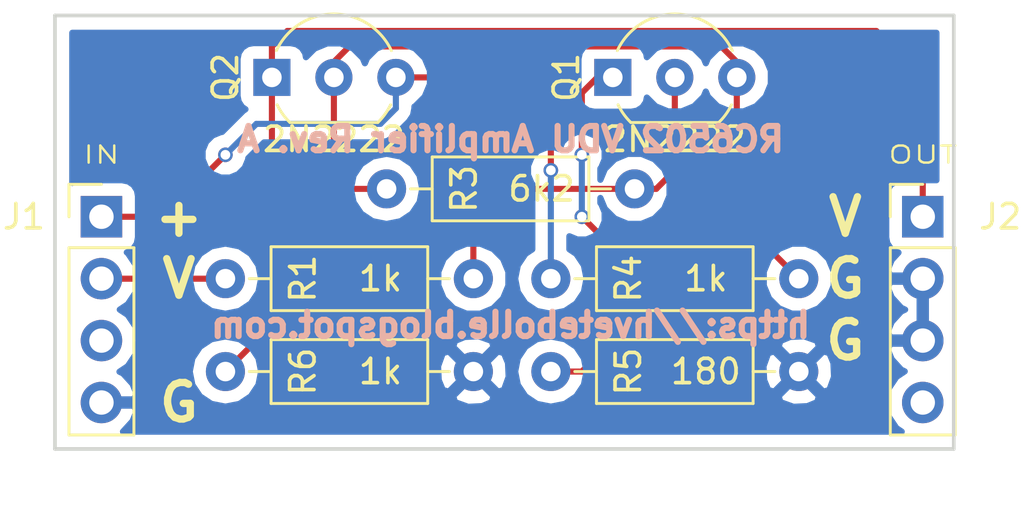
<source format=kicad_pcb>
(kicad_pcb (version 4) (host pcbnew 4.0.7)

  (general
    (links 15)
    (no_connects 0)
    (area 110.067857 126.365 152.187143 147.76)
    (thickness 1.6)
    (drawings 14)
    (tracks 47)
    (zones 0)
    (modules 9)
    (nets 8)
  )

  (page A4)
  (layers
    (0 F.Cu signal)
    (31 B.Cu signal)
    (32 B.Adhes user)
    (33 F.Adhes user)
    (34 B.Paste user)
    (35 F.Paste user)
    (36 B.SilkS user)
    (37 F.SilkS user)
    (38 B.Mask user)
    (39 F.Mask user)
    (40 Dwgs.User user)
    (41 Cmts.User user)
    (42 Eco1.User user)
    (43 Eco2.User user)
    (44 Edge.Cuts user)
    (45 Margin user)
    (46 B.CrtYd user)
    (47 F.CrtYd user)
    (48 B.Fab user)
    (49 F.Fab user)
  )

  (setup
    (last_trace_width 0.25)
    (trace_clearance 0.2)
    (zone_clearance 0.508)
    (zone_45_only no)
    (trace_min 0.2)
    (segment_width 0.2)
    (edge_width 0.15)
    (via_size 0.6)
    (via_drill 0.4)
    (via_min_size 0.4)
    (via_min_drill 0.3)
    (uvia_size 0.3)
    (uvia_drill 0.1)
    (uvias_allowed no)
    (uvia_min_size 0.2)
    (uvia_min_drill 0.1)
    (pcb_text_width 0.3)
    (pcb_text_size 1.5 1.5)
    (mod_edge_width 0.15)
    (mod_text_size 1 1)
    (mod_text_width 0.15)
    (pad_size 1.524 1.524)
    (pad_drill 0.762)
    (pad_to_mask_clearance 0.2)
    (aux_axis_origin 0 0)
    (visible_elements FFFFFF7F)
    (pcbplotparams
      (layerselection 0x011fc_80000001)
      (usegerberextensions true)
      (excludeedgelayer true)
      (linewidth 0.100000)
      (plotframeref false)
      (viasonmask false)
      (mode 1)
      (useauxorigin false)
      (hpglpennumber 1)
      (hpglpenspeed 20)
      (hpglpendiameter 15)
      (hpglpenoverlay 2)
      (psnegative false)
      (psa4output false)
      (plotreference true)
      (plotvalue true)
      (plotinvisibletext false)
      (padsonsilk false)
      (subtractmaskfromsilk false)
      (outputformat 1)
      (mirror false)
      (drillshape 0)
      (scaleselection 1)
      (outputdirectory export/))
  )

  (net 0 "")
  (net 1 VCC)
  (net 2 /VID_IN)
  (net 3 GND)
  (net 4 /VID_OUT)
  (net 5 "Net-(Q1-Pad2)")
  (net 6 "Net-(Q1-Pad3)")
  (net 7 "Net-(Q1-Pad1)")

  (net_class Default "This is the default net class."
    (clearance 0.2)
    (trace_width 0.25)
    (via_dia 0.6)
    (via_drill 0.4)
    (uvia_dia 0.3)
    (uvia_drill 0.1)
    (add_net /VID_IN)
    (add_net /VID_OUT)
    (add_net GND)
    (add_net "Net-(Q1-Pad1)")
    (add_net "Net-(Q1-Pad2)")
    (add_net "Net-(Q1-Pad3)")
    (add_net VCC)
  )

  (module Pin_Headers:Pin_Header_Straight_1x04_Pitch2.54mm (layer F.Cu) (tedit 5C3A711E) (tstamp 5C3A6817)
    (at 114.3 135.255)
    (descr "Through hole straight pin header, 1x04, 2.54mm pitch, single row")
    (tags "Through hole pin header THT 1x04 2.54mm single row")
    (path /5C338147)
    (fp_text reference J1 (at -3.175 0) (layer F.SilkS)
      (effects (font (size 1 1) (thickness 0.15)))
    )
    (fp_text value Video (at 0 11.43) (layer F.Fab)
      (effects (font (size 1 1) (thickness 0.15)))
    )
    (fp_line (start -0.635 -1.27) (end 1.27 -1.27) (layer F.Fab) (width 0.1))
    (fp_line (start 1.27 -1.27) (end 1.27 8.89) (layer F.Fab) (width 0.1))
    (fp_line (start 1.27 8.89) (end -1.27 8.89) (layer F.Fab) (width 0.1))
    (fp_line (start -1.27 8.89) (end -1.27 -0.635) (layer F.Fab) (width 0.1))
    (fp_line (start -1.27 -0.635) (end -0.635 -1.27) (layer F.Fab) (width 0.1))
    (fp_line (start -1.33 8.95) (end 1.33 8.95) (layer F.SilkS) (width 0.12))
    (fp_line (start -1.33 1.27) (end -1.33 8.95) (layer F.SilkS) (width 0.12))
    (fp_line (start 1.33 1.27) (end 1.33 8.95) (layer F.SilkS) (width 0.12))
    (fp_line (start -1.33 1.27) (end 1.33 1.27) (layer F.SilkS) (width 0.12))
    (fp_line (start -1.33 0) (end -1.33 -1.33) (layer F.SilkS) (width 0.12))
    (fp_line (start -1.33 -1.33) (end 0 -1.33) (layer F.SilkS) (width 0.12))
    (fp_line (start -1.8 -1.8) (end -1.8 9.4) (layer F.CrtYd) (width 0.05))
    (fp_line (start -1.8 9.4) (end 1.8 9.4) (layer F.CrtYd) (width 0.05))
    (fp_line (start 1.8 9.4) (end 1.8 -1.8) (layer F.CrtYd) (width 0.05))
    (fp_line (start 1.8 -1.8) (end -1.8 -1.8) (layer F.CrtYd) (width 0.05))
    (fp_text user %R (at 0 3.81 90) (layer F.Fab)
      (effects (font (size 1 1) (thickness 0.15)))
    )
    (pad 1 thru_hole rect (at 0 0) (size 1.7 1.7) (drill 1) (layers *.Cu *.Mask)
      (net 1 VCC))
    (pad 2 thru_hole oval (at 0 2.54) (size 1.7 1.7) (drill 1) (layers *.Cu *.Mask)
      (net 2 /VID_IN))
    (pad 3 thru_hole oval (at 0 5.08) (size 1.7 1.7) (drill 1) (layers *.Cu *.Mask))
    (pad 4 thru_hole oval (at 0 7.62) (size 1.7 1.7) (drill 1) (layers *.Cu *.Mask)
      (net 3 GND))
    (model ${KISYS3DMOD}/Pin_Headers.3dshapes/Pin_Header_Straight_1x04_Pitch2.54mm.wrl
      (at (xyz 0 0 0))
      (scale (xyz 1 1 1))
      (rotate (xyz 0 0 0))
    )
  )

  (module Pin_Headers:Pin_Header_Straight_1x04_Pitch2.54mm (layer F.Cu) (tedit 5C3A7122) (tstamp 5C3A681F)
    (at 147.955 135.255)
    (descr "Through hole straight pin header, 1x04, 2.54mm pitch, single row")
    (tags "Through hole pin header THT 1x04 2.54mm single row")
    (path /5C338146)
    (fp_text reference J2 (at 3.175 0) (layer F.SilkS)
      (effects (font (size 1 1) (thickness 0.15)))
    )
    (fp_text value Output (at 0 11.43) (layer F.Fab)
      (effects (font (size 1 1) (thickness 0.15)))
    )
    (fp_line (start -0.635 -1.27) (end 1.27 -1.27) (layer F.Fab) (width 0.1))
    (fp_line (start 1.27 -1.27) (end 1.27 8.89) (layer F.Fab) (width 0.1))
    (fp_line (start 1.27 8.89) (end -1.27 8.89) (layer F.Fab) (width 0.1))
    (fp_line (start -1.27 8.89) (end -1.27 -0.635) (layer F.Fab) (width 0.1))
    (fp_line (start -1.27 -0.635) (end -0.635 -1.27) (layer F.Fab) (width 0.1))
    (fp_line (start -1.33 8.95) (end 1.33 8.95) (layer F.SilkS) (width 0.12))
    (fp_line (start -1.33 1.27) (end -1.33 8.95) (layer F.SilkS) (width 0.12))
    (fp_line (start 1.33 1.27) (end 1.33 8.95) (layer F.SilkS) (width 0.12))
    (fp_line (start -1.33 1.27) (end 1.33 1.27) (layer F.SilkS) (width 0.12))
    (fp_line (start -1.33 0) (end -1.33 -1.33) (layer F.SilkS) (width 0.12))
    (fp_line (start -1.33 -1.33) (end 0 -1.33) (layer F.SilkS) (width 0.12))
    (fp_line (start -1.8 -1.8) (end -1.8 9.4) (layer F.CrtYd) (width 0.05))
    (fp_line (start -1.8 9.4) (end 1.8 9.4) (layer F.CrtYd) (width 0.05))
    (fp_line (start 1.8 9.4) (end 1.8 -1.8) (layer F.CrtYd) (width 0.05))
    (fp_line (start 1.8 -1.8) (end -1.8 -1.8) (layer F.CrtYd) (width 0.05))
    (fp_text user %R (at 0 3.81 90) (layer F.Fab)
      (effects (font (size 1 1) (thickness 0.15)))
    )
    (pad 1 thru_hole rect (at 0 0) (size 1.7 1.7) (drill 1) (layers *.Cu *.Mask)
      (net 4 /VID_OUT))
    (pad 2 thru_hole oval (at 0 2.54) (size 1.7 1.7) (drill 1) (layers *.Cu *.Mask)
      (net 3 GND))
    (pad 3 thru_hole oval (at 0 5.08) (size 1.7 1.7) (drill 1) (layers *.Cu *.Mask)
      (net 3 GND))
    (pad 4 thru_hole oval (at 0 7.62) (size 1.7 1.7) (drill 1) (layers *.Cu *.Mask))
    (model ${KISYS3DMOD}/Pin_Headers.3dshapes/Pin_Header_Straight_1x04_Pitch2.54mm.wrl
      (at (xyz 0 0 0))
      (scale (xyz 1 1 1))
      (rotate (xyz 0 0 0))
    )
  )

  (module TO_SOT_Packages_THT:TO-92_Inline_Wide (layer F.Cu) (tedit 5C3A71A1) (tstamp 5C3A6833)
    (at 135.255 129.54)
    (descr "TO-92 leads in-line, wide, drill 0.8mm (see NXP sot054_po.pdf)")
    (tags "to-92 sc-43 sc-43a sot54 PA33 transistor")
    (path /5C338695)
    (fp_text reference Q1 (at -1.905 0 90) (layer F.SilkS)
      (effects (font (size 1 1) (thickness 0.15)))
    )
    (fp_text value 2N2222 (at 2.54 2.54) (layer F.SilkS)
      (effects (font (size 1 1) (thickness 0.15)))
    )
    (fp_text user %R (at 8.255 -1.27 180) (layer F.Fab)
      (effects (font (size 1 1) (thickness 0.15)))
    )
    (fp_line (start 0.74 1.85) (end 4.34 1.85) (layer F.SilkS) (width 0.12))
    (fp_line (start 0.8 1.75) (end 4.3 1.75) (layer F.Fab) (width 0.1))
    (fp_line (start -1.01 -2.73) (end 6.09 -2.73) (layer F.CrtYd) (width 0.05))
    (fp_line (start -1.01 -2.73) (end -1.01 2.01) (layer F.CrtYd) (width 0.05))
    (fp_line (start 6.09 2.01) (end 6.09 -2.73) (layer F.CrtYd) (width 0.05))
    (fp_line (start 6.09 2.01) (end -1.01 2.01) (layer F.CrtYd) (width 0.05))
    (fp_arc (start 2.54 0) (end 0.74 1.85) (angle 20) (layer F.SilkS) (width 0.12))
    (fp_arc (start 2.54 0) (end 2.54 -2.6) (angle -65) (layer F.SilkS) (width 0.12))
    (fp_arc (start 2.54 0) (end 2.54 -2.6) (angle 65) (layer F.SilkS) (width 0.12))
    (fp_arc (start 2.54 0) (end 2.54 -2.48) (angle 135) (layer F.Fab) (width 0.1))
    (fp_arc (start 2.54 0) (end 2.54 -2.48) (angle -135) (layer F.Fab) (width 0.1))
    (fp_arc (start 2.54 0) (end 4.34 1.85) (angle -20) (layer F.SilkS) (width 0.12))
    (pad 2 thru_hole circle (at 2.54 0 90) (size 1.52 1.52) (drill 0.8) (layers *.Cu *.Mask)
      (net 5 "Net-(Q1-Pad2)"))
    (pad 3 thru_hole circle (at 5.08 0 90) (size 1.52 1.52) (drill 0.8) (layers *.Cu *.Mask)
      (net 6 "Net-(Q1-Pad3)"))
    (pad 1 thru_hole rect (at 0 0 90) (size 1.52 1.52) (drill 0.8) (layers *.Cu *.Mask)
      (net 7 "Net-(Q1-Pad1)"))
    (model ${KISYS3DMOD}/TO_SOT_Packages_THT.3dshapes/TO-92_Inline_Wide.wrl
      (at (xyz 0.1 0 0))
      (scale (xyz 1 1 1))
      (rotate (xyz 0 0 -90))
    )
  )

  (module TO_SOT_Packages_THT:TO-92_Inline_Wide (layer F.Cu) (tedit 5C3A7196) (tstamp 5C3A6847)
    (at 121.285 129.54)
    (descr "TO-92 leads in-line, wide, drill 0.8mm (see NXP sot054_po.pdf)")
    (tags "to-92 sc-43 sc-43a sot54 PA33 transistor")
    (path /5C339166)
    (fp_text reference Q2 (at -1.905 0 270) (layer F.SilkS)
      (effects (font (size 1 1) (thickness 0.15)))
    )
    (fp_text value 2N2222 (at 2.54 2.54) (layer F.SilkS)
      (effects (font (size 1 1) (thickness 0.15)))
    )
    (fp_text user %R (at -1.905 0 270) (layer F.Fab)
      (effects (font (size 1 1) (thickness 0.15)))
    )
    (fp_line (start 0.74 1.85) (end 4.34 1.85) (layer F.SilkS) (width 0.12))
    (fp_line (start 0.8 1.75) (end 4.3 1.75) (layer F.Fab) (width 0.1))
    (fp_line (start -1.01 -2.73) (end 6.09 -2.73) (layer F.CrtYd) (width 0.05))
    (fp_line (start -1.01 -2.73) (end -1.01 2.01) (layer F.CrtYd) (width 0.05))
    (fp_line (start 6.09 2.01) (end 6.09 -2.73) (layer F.CrtYd) (width 0.05))
    (fp_line (start 6.09 2.01) (end -1.01 2.01) (layer F.CrtYd) (width 0.05))
    (fp_arc (start 2.54 0) (end 0.74 1.85) (angle 20) (layer F.SilkS) (width 0.12))
    (fp_arc (start 2.54 0) (end 2.54 -2.6) (angle -65) (layer F.SilkS) (width 0.12))
    (fp_arc (start 2.54 0) (end 2.54 -2.6) (angle 65) (layer F.SilkS) (width 0.12))
    (fp_arc (start 2.54 0) (end 2.54 -2.48) (angle 135) (layer F.Fab) (width 0.1))
    (fp_arc (start 2.54 0) (end 2.54 -2.48) (angle -135) (layer F.Fab) (width 0.1))
    (fp_arc (start 2.54 0) (end 4.34 1.85) (angle -20) (layer F.SilkS) (width 0.12))
    (pad 2 thru_hole circle (at 2.54 0 90) (size 1.52 1.52) (drill 0.8) (layers *.Cu *.Mask)
      (net 6 "Net-(Q1-Pad3)"))
    (pad 3 thru_hole circle (at 5.08 0 90) (size 1.52 1.52) (drill 0.8) (layers *.Cu *.Mask)
      (net 1 VCC))
    (pad 1 thru_hole rect (at 0 0 90) (size 1.52 1.52) (drill 0.8) (layers *.Cu *.Mask)
      (net 4 /VID_OUT))
    (model ${KISYS3DMOD}/TO_SOT_Packages_THT.3dshapes/TO-92_Inline_Wide.wrl
      (at (xyz 0.1 0 0))
      (scale (xyz 1 1 1))
      (rotate (xyz 0 0 -90))
    )
  )

  (module Resistors_THT:R_Axial_DIN0207_L6.3mm_D2.5mm_P10.16mm_Horizontal (layer F.Cu) (tedit 5C3A6C1F) (tstamp 5C3A684D)
    (at 129.54 137.795 180)
    (descr "Resistor, Axial_DIN0207 series, Axial, Horizontal, pin pitch=10.16mm, 0.25W = 1/4W, length*diameter=6.3*2.5mm^2, http://cdn-reichelt.de/documents/datenblatt/B400/1_4W%23YAG.pdf")
    (tags "Resistor Axial_DIN0207 series Axial Horizontal pin pitch 10.16mm 0.25W = 1/4W length 6.3mm diameter 2.5mm")
    (path /5C33871C)
    (fp_text reference R1 (at 6.985 0 270) (layer F.SilkS)
      (effects (font (size 1 1) (thickness 0.15)))
    )
    (fp_text value 1k (at 3.81 0 180) (layer F.SilkS)
      (effects (font (size 1 1) (thickness 0.15)))
    )
    (fp_line (start 1.93 -1.25) (end 1.93 1.25) (layer F.Fab) (width 0.1))
    (fp_line (start 1.93 1.25) (end 8.23 1.25) (layer F.Fab) (width 0.1))
    (fp_line (start 8.23 1.25) (end 8.23 -1.25) (layer F.Fab) (width 0.1))
    (fp_line (start 8.23 -1.25) (end 1.93 -1.25) (layer F.Fab) (width 0.1))
    (fp_line (start 0 0) (end 1.93 0) (layer F.Fab) (width 0.1))
    (fp_line (start 10.16 0) (end 8.23 0) (layer F.Fab) (width 0.1))
    (fp_line (start 1.87 -1.31) (end 1.87 1.31) (layer F.SilkS) (width 0.12))
    (fp_line (start 1.87 1.31) (end 8.29 1.31) (layer F.SilkS) (width 0.12))
    (fp_line (start 8.29 1.31) (end 8.29 -1.31) (layer F.SilkS) (width 0.12))
    (fp_line (start 8.29 -1.31) (end 1.87 -1.31) (layer F.SilkS) (width 0.12))
    (fp_line (start 0.98 0) (end 1.87 0) (layer F.SilkS) (width 0.12))
    (fp_line (start 9.18 0) (end 8.29 0) (layer F.SilkS) (width 0.12))
    (fp_line (start -1.05 -1.6) (end -1.05 1.6) (layer F.CrtYd) (width 0.05))
    (fp_line (start -1.05 1.6) (end 11.25 1.6) (layer F.CrtYd) (width 0.05))
    (fp_line (start 11.25 1.6) (end 11.25 -1.6) (layer F.CrtYd) (width 0.05))
    (fp_line (start 11.25 -1.6) (end -1.05 -1.6) (layer F.CrtYd) (width 0.05))
    (pad 1 thru_hole circle (at 0 0 180) (size 1.6 1.6) (drill 0.8) (layers *.Cu *.Mask)
      (net 5 "Net-(Q1-Pad2)"))
    (pad 2 thru_hole oval (at 10.16 0 180) (size 1.6 1.6) (drill 0.8) (layers *.Cu *.Mask)
      (net 2 /VID_IN))
    (model ${KISYS3DMOD}/Resistors_THT.3dshapes/R_Axial_DIN0207_L6.3mm_D2.5mm_P10.16mm_Horizontal.wrl
      (at (xyz 0 0 0))
      (scale (xyz 0.393701 0.393701 0.393701))
      (rotate (xyz 0 0 0))
    )
  )

  (module Resistors_THT:R_Axial_DIN0207_L6.3mm_D2.5mm_P10.16mm_Horizontal (layer F.Cu) (tedit 5C3A6C1B) (tstamp 5C3A6859)
    (at 136.144 134.112 180)
    (descr "Resistor, Axial_DIN0207 series, Axial, Horizontal, pin pitch=10.16mm, 0.25W = 1/4W, length*diameter=6.3*2.5mm^2, http://cdn-reichelt.de/documents/datenblatt/B400/1_4W%23YAG.pdf")
    (tags "Resistor Axial_DIN0207 series Axial Horizontal pin pitch 10.16mm 0.25W = 1/4W length 6.3mm diameter 2.5mm")
    (path /5C338C7C)
    (fp_text reference R3 (at 6.985 0 270) (layer F.SilkS)
      (effects (font (size 1 1) (thickness 0.15)))
    )
    (fp_text value 6k2 (at 3.81 0 180) (layer F.SilkS)
      (effects (font (size 1 1) (thickness 0.15)))
    )
    (fp_line (start 1.93 -1.25) (end 1.93 1.25) (layer F.Fab) (width 0.1))
    (fp_line (start 1.93 1.25) (end 8.23 1.25) (layer F.Fab) (width 0.1))
    (fp_line (start 8.23 1.25) (end 8.23 -1.25) (layer F.Fab) (width 0.1))
    (fp_line (start 8.23 -1.25) (end 1.93 -1.25) (layer F.Fab) (width 0.1))
    (fp_line (start 0 0) (end 1.93 0) (layer F.Fab) (width 0.1))
    (fp_line (start 10.16 0) (end 8.23 0) (layer F.Fab) (width 0.1))
    (fp_line (start 1.87 -1.31) (end 1.87 1.31) (layer F.SilkS) (width 0.12))
    (fp_line (start 1.87 1.31) (end 8.29 1.31) (layer F.SilkS) (width 0.12))
    (fp_line (start 8.29 1.31) (end 8.29 -1.31) (layer F.SilkS) (width 0.12))
    (fp_line (start 8.29 -1.31) (end 1.87 -1.31) (layer F.SilkS) (width 0.12))
    (fp_line (start 0.98 0) (end 1.87 0) (layer F.SilkS) (width 0.12))
    (fp_line (start 9.18 0) (end 8.29 0) (layer F.SilkS) (width 0.12))
    (fp_line (start -1.05 -1.6) (end -1.05 1.6) (layer F.CrtYd) (width 0.05))
    (fp_line (start -1.05 1.6) (end 11.25 1.6) (layer F.CrtYd) (width 0.05))
    (fp_line (start 11.25 1.6) (end 11.25 -1.6) (layer F.CrtYd) (width 0.05))
    (fp_line (start 11.25 -1.6) (end -1.05 -1.6) (layer F.CrtYd) (width 0.05))
    (pad 1 thru_hole circle (at 0 0 180) (size 1.6 1.6) (drill 0.8) (layers *.Cu *.Mask)
      (net 5 "Net-(Q1-Pad2)"))
    (pad 2 thru_hole oval (at 10.16 0 180) (size 1.6 1.6) (drill 0.8) (layers *.Cu *.Mask)
      (net 6 "Net-(Q1-Pad3)"))
    (model ${KISYS3DMOD}/Resistors_THT.3dshapes/R_Axial_DIN0207_L6.3mm_D2.5mm_P10.16mm_Horizontal.wrl
      (at (xyz 0 0 0))
      (scale (xyz 0.393701 0.393701 0.393701))
      (rotate (xyz 0 0 0))
    )
  )

  (module Resistors_THT:R_Axial_DIN0207_L6.3mm_D2.5mm_P10.16mm_Horizontal (layer F.Cu) (tedit 5C3A6DD5) (tstamp 5C3A685F)
    (at 142.875 137.795 180)
    (descr "Resistor, Axial_DIN0207 series, Axial, Horizontal, pin pitch=10.16mm, 0.25W = 1/4W, length*diameter=6.3*2.5mm^2, http://cdn-reichelt.de/documents/datenblatt/B400/1_4W%23YAG.pdf")
    (tags "Resistor Axial_DIN0207 series Axial Horizontal pin pitch 10.16mm 0.25W = 1/4W length 6.3mm diameter 2.5mm")
    (path /5C338F74)
    (fp_text reference R4 (at 6.985 0 270) (layer F.SilkS)
      (effects (font (size 1 1) (thickness 0.15)))
    )
    (fp_text value 1k (at 3.81 0 180) (layer F.SilkS)
      (effects (font (size 1 1) (thickness 0.15)))
    )
    (fp_line (start 1.93 -1.25) (end 1.93 1.25) (layer F.Fab) (width 0.1))
    (fp_line (start 1.93 1.25) (end 8.23 1.25) (layer F.Fab) (width 0.1))
    (fp_line (start 8.23 1.25) (end 8.23 -1.25) (layer F.Fab) (width 0.1))
    (fp_line (start 8.23 -1.25) (end 1.93 -1.25) (layer F.Fab) (width 0.1))
    (fp_line (start 0 0) (end 1.93 0) (layer F.Fab) (width 0.1))
    (fp_line (start 10.16 0) (end 8.23 0) (layer F.Fab) (width 0.1))
    (fp_line (start 1.87 -1.31) (end 1.87 1.31) (layer F.SilkS) (width 0.12))
    (fp_line (start 1.87 1.31) (end 8.29 1.31) (layer F.SilkS) (width 0.12))
    (fp_line (start 8.29 1.31) (end 8.29 -1.31) (layer F.SilkS) (width 0.12))
    (fp_line (start 8.29 -1.31) (end 1.87 -1.31) (layer F.SilkS) (width 0.12))
    (fp_line (start 0.98 0) (end 1.87 0) (layer F.SilkS) (width 0.12))
    (fp_line (start 9.18 0) (end 8.29 0) (layer F.SilkS) (width 0.12))
    (fp_line (start -1.05 -1.6) (end -1.05 1.6) (layer F.CrtYd) (width 0.05))
    (fp_line (start -1.05 1.6) (end 11.25 1.6) (layer F.CrtYd) (width 0.05))
    (fp_line (start 11.25 1.6) (end 11.25 -1.6) (layer F.CrtYd) (width 0.05))
    (fp_line (start 11.25 -1.6) (end -1.05 -1.6) (layer F.CrtYd) (width 0.05))
    (pad 1 thru_hole circle (at 0 0 180) (size 1.6 1.6) (drill 0.8) (layers *.Cu *.Mask)
      (net 6 "Net-(Q1-Pad3)"))
    (pad 2 thru_hole oval (at 10.16 0 180) (size 1.6 1.6) (drill 0.8) (layers *.Cu *.Mask)
      (net 1 VCC))
    (model ${KISYS3DMOD}/Resistors_THT.3dshapes/R_Axial_DIN0207_L6.3mm_D2.5mm_P10.16mm_Horizontal.wrl
      (at (xyz 0 0 0))
      (scale (xyz 0.393701 0.393701 0.393701))
      (rotate (xyz 0 0 0))
    )
  )

  (module Resistors_THT:R_Axial_DIN0207_L6.3mm_D2.5mm_P10.16mm_Horizontal (layer F.Cu) (tedit 5C3A6DDE) (tstamp 5C3A6865)
    (at 142.875 141.605 180)
    (descr "Resistor, Axial_DIN0207 series, Axial, Horizontal, pin pitch=10.16mm, 0.25W = 1/4W, length*diameter=6.3*2.5mm^2, http://cdn-reichelt.de/documents/datenblatt/B400/1_4W%23YAG.pdf")
    (tags "Resistor Axial_DIN0207 series Axial Horizontal pin pitch 10.16mm 0.25W = 1/4W length 6.3mm diameter 2.5mm")
    (path /5C338A5E)
    (fp_text reference R5 (at 6.985 0 270) (layer F.SilkS)
      (effects (font (size 1 1) (thickness 0.15)))
    )
    (fp_text value 180 (at 3.81 0 180) (layer F.SilkS)
      (effects (font (size 1 1) (thickness 0.15)))
    )
    (fp_line (start 1.93 -1.25) (end 1.93 1.25) (layer F.Fab) (width 0.1))
    (fp_line (start 1.93 1.25) (end 8.23 1.25) (layer F.Fab) (width 0.1))
    (fp_line (start 8.23 1.25) (end 8.23 -1.25) (layer F.Fab) (width 0.1))
    (fp_line (start 8.23 -1.25) (end 1.93 -1.25) (layer F.Fab) (width 0.1))
    (fp_line (start 0 0) (end 1.93 0) (layer F.Fab) (width 0.1))
    (fp_line (start 10.16 0) (end 8.23 0) (layer F.Fab) (width 0.1))
    (fp_line (start 1.87 -1.31) (end 1.87 1.31) (layer F.SilkS) (width 0.12))
    (fp_line (start 1.87 1.31) (end 8.29 1.31) (layer F.SilkS) (width 0.12))
    (fp_line (start 8.29 1.31) (end 8.29 -1.31) (layer F.SilkS) (width 0.12))
    (fp_line (start 8.29 -1.31) (end 1.87 -1.31) (layer F.SilkS) (width 0.12))
    (fp_line (start 0.98 0) (end 1.87 0) (layer F.SilkS) (width 0.12))
    (fp_line (start 9.18 0) (end 8.29 0) (layer F.SilkS) (width 0.12))
    (fp_line (start -1.05 -1.6) (end -1.05 1.6) (layer F.CrtYd) (width 0.05))
    (fp_line (start -1.05 1.6) (end 11.25 1.6) (layer F.CrtYd) (width 0.05))
    (fp_line (start 11.25 1.6) (end 11.25 -1.6) (layer F.CrtYd) (width 0.05))
    (fp_line (start 11.25 -1.6) (end -1.05 -1.6) (layer F.CrtYd) (width 0.05))
    (pad 1 thru_hole circle (at 0 0 180) (size 1.6 1.6) (drill 0.8) (layers *.Cu *.Mask)
      (net 3 GND))
    (pad 2 thru_hole oval (at 10.16 0 180) (size 1.6 1.6) (drill 0.8) (layers *.Cu *.Mask)
      (net 7 "Net-(Q1-Pad1)"))
    (model ${KISYS3DMOD}/Resistors_THT.3dshapes/R_Axial_DIN0207_L6.3mm_D2.5mm_P10.16mm_Horizontal.wrl
      (at (xyz 0 0 0))
      (scale (xyz 0.393701 0.393701 0.393701))
      (rotate (xyz 0 0 0))
    )
  )

  (module Resistors_THT:R_Axial_DIN0207_L6.3mm_D2.5mm_P10.16mm_Horizontal (layer F.Cu) (tedit 5C3A6DC2) (tstamp 5C3A686B)
    (at 129.54 141.605 180)
    (descr "Resistor, Axial_DIN0207 series, Axial, Horizontal, pin pitch=10.16mm, 0.25W = 1/4W, length*diameter=6.3*2.5mm^2, http://cdn-reichelt.de/documents/datenblatt/B400/1_4W%23YAG.pdf")
    (tags "Resistor Axial_DIN0207 series Axial Horizontal pin pitch 10.16mm 0.25W = 1/4W length 6.3mm diameter 2.5mm")
    (path /5C3392AC)
    (fp_text reference R6 (at 6.985 0 270) (layer F.SilkS)
      (effects (font (size 1 1) (thickness 0.15)))
    )
    (fp_text value 1k (at 3.81 0 180) (layer F.SilkS)
      (effects (font (size 1 1) (thickness 0.15)))
    )
    (fp_line (start 1.93 -1.25) (end 1.93 1.25) (layer F.Fab) (width 0.1))
    (fp_line (start 1.93 1.25) (end 8.23 1.25) (layer F.Fab) (width 0.1))
    (fp_line (start 8.23 1.25) (end 8.23 -1.25) (layer F.Fab) (width 0.1))
    (fp_line (start 8.23 -1.25) (end 1.93 -1.25) (layer F.Fab) (width 0.1))
    (fp_line (start 0 0) (end 1.93 0) (layer F.Fab) (width 0.1))
    (fp_line (start 10.16 0) (end 8.23 0) (layer F.Fab) (width 0.1))
    (fp_line (start 1.87 -1.31) (end 1.87 1.31) (layer F.SilkS) (width 0.12))
    (fp_line (start 1.87 1.31) (end 8.29 1.31) (layer F.SilkS) (width 0.12))
    (fp_line (start 8.29 1.31) (end 8.29 -1.31) (layer F.SilkS) (width 0.12))
    (fp_line (start 8.29 -1.31) (end 1.87 -1.31) (layer F.SilkS) (width 0.12))
    (fp_line (start 0.98 0) (end 1.87 0) (layer F.SilkS) (width 0.12))
    (fp_line (start 9.18 0) (end 8.29 0) (layer F.SilkS) (width 0.12))
    (fp_line (start -1.05 -1.6) (end -1.05 1.6) (layer F.CrtYd) (width 0.05))
    (fp_line (start -1.05 1.6) (end 11.25 1.6) (layer F.CrtYd) (width 0.05))
    (fp_line (start 11.25 1.6) (end 11.25 -1.6) (layer F.CrtYd) (width 0.05))
    (fp_line (start 11.25 -1.6) (end -1.05 -1.6) (layer F.CrtYd) (width 0.05))
    (pad 1 thru_hole circle (at 0 0 180) (size 1.6 1.6) (drill 0.8) (layers *.Cu *.Mask)
      (net 3 GND))
    (pad 2 thru_hole oval (at 10.16 0 180) (size 1.6 1.6) (drill 0.8) (layers *.Cu *.Mask)
      (net 4 /VID_OUT))
    (model ${KISYS3DMOD}/Resistors_THT.3dshapes/R_Axial_DIN0207_L6.3mm_D2.5mm_P10.16mm_Horizontal.wrl
      (at (xyz 0 0 0))
      (scale (xyz 0.393701 0.393701 0.393701))
      (rotate (xyz 0 0 0))
    )
  )

  (gr_text "RC6502 VDU Amplifier Rev. A" (at 131.064 132.08) (layer B.SilkS)
    (effects (font (size 1 1) (thickness 0.25)) (justify mirror))
  )
  (gr_text https://hvetebolle.blogspot.com (at 131.064 139.7) (layer B.SilkS)
    (effects (font (size 1 1) (thickness 0.25)) (justify mirror))
  )
  (gr_text IN (at 114.3 132.715) (layer F.SilkS)
    (effects (font (size 0.7 1) (thickness 0.1)))
  )
  (gr_text OUT (at 147.955 132.715) (layer F.SilkS)
    (effects (font (size 0.7 1) (thickness 0.1)))
  )
  (gr_text + (at 117.475 135.255) (layer F.SilkS)
    (effects (font (size 1.5 1.5) (thickness 0.3)))
  )
  (gr_text G (at 117.475 142.875) (layer F.SilkS)
    (effects (font (size 1.5 1.5) (thickness 0.3)))
  )
  (gr_text V (at 117.475 137.795) (layer F.SilkS)
    (effects (font (size 1.5 1.5) (thickness 0.3)))
  )
  (gr_text G (at 144.78 140.335) (layer F.SilkS)
    (effects (font (size 1.5 1.5) (thickness 0.3)))
  )
  (gr_text G (at 144.78 137.795) (layer F.SilkS)
    (effects (font (size 1.5 1.5) (thickness 0.3)))
  )
  (gr_text V (at 144.78 135.255) (layer F.SilkS)
    (effects (font (size 1.5 1.5) (thickness 0.3)))
  )
  (gr_line (start 112.395 127) (end 112.395 144.78) (angle 90) (layer Edge.Cuts) (width 0.15))
  (gr_line (start 149.225 127) (end 112.395 127) (angle 90) (layer Edge.Cuts) (width 0.15))
  (gr_line (start 149.225 144.78) (end 149.225 127) (angle 90) (layer Edge.Cuts) (width 0.15))
  (gr_line (start 112.395 144.78) (end 149.225 144.78) (angle 90) (layer Edge.Cuts) (width 0.15))

  (segment (start 132.715 137.795) (end 132.715 133.35) (width 0.25) (layer B.Cu) (net 1) (status 400000))
  (segment (start 132.08 129.54) (end 126.365 129.54) (width 0.25) (layer F.Cu) (net 1) (tstamp 5C3A6FE8) (status 800000))
  (segment (start 132.715 130.175) (end 132.08 129.54) (width 0.25) (layer F.Cu) (net 1) (tstamp 5C3A6FE7))
  (segment (start 132.715 133.35) (end 132.715 130.175) (width 0.25) (layer F.Cu) (net 1) (tstamp 5C3A6FE6))
  (via (at 132.715 133.35) (size 0.6) (drill 0.4) (layers F.Cu B.Cu) (net 1))
  (segment (start 126.365 129.54) (end 126.365 130.81) (width 0.25) (layer B.Cu) (net 1) (status 400000))
  (segment (start 116.84 135.255) (end 114.3 135.255) (width 0.25) (layer F.Cu) (net 1) (tstamp 5C3A6FCD) (status 800000))
  (segment (start 119.38 132.715) (end 116.84 135.255) (width 0.25) (layer F.Cu) (net 1) (tstamp 5C3A6FCC))
  (via (at 119.38 132.715) (size 0.6) (drill 0.4) (layers F.Cu B.Cu) (net 1))
  (segment (start 120.65 131.445) (end 119.38 132.715) (width 0.25) (layer B.Cu) (net 1) (tstamp 5C3A6FC8))
  (segment (start 125.73 131.445) (end 120.65 131.445) (width 0.25) (layer B.Cu) (net 1) (tstamp 5C3A6FC4))
  (segment (start 126.365 130.81) (end 125.73 131.445) (width 0.25) (layer B.Cu) (net 1) (tstamp 5C3A6FC2))
  (segment (start 114.3 137.795) (end 119.38 137.795) (width 0.25) (layer F.Cu) (net 2))
  (segment (start 121.285 129.54) (end 121.285 128.27) (width 0.25) (layer F.Cu) (net 4) (status 400000))
  (segment (start 147.955 129.54) (end 147.955 135.255) (width 0.25) (layer F.Cu) (net 4) (tstamp 5C3A6FA0) (status 800000))
  (segment (start 146.05 127.635) (end 147.955 129.54) (width 0.25) (layer F.Cu) (net 4) (tstamp 5C3A6F9C))
  (segment (start 121.92 127.635) (end 146.05 127.635) (width 0.25) (layer F.Cu) (net 4) (tstamp 5C3A6F96))
  (segment (start 121.285 128.27) (end 121.92 127.635) (width 0.25) (layer F.Cu) (net 4) (tstamp 5C3A6F95))
  (segment (start 121.285 129.54) (end 121.285 139.7) (width 0.25) (layer F.Cu) (net 4) (status 400000))
  (segment (start 121.285 139.7) (end 119.38 141.605) (width 0.25) (layer F.Cu) (net 4) (tstamp 5C3A6F4A) (status 800000))
  (segment (start 136.144 134.112) (end 137.033 134.112) (width 0.25) (layer F.Cu) (net 5) (status 400000))
  (segment (start 137.795 133.35) (end 137.795 129.54) (width 0.25) (layer F.Cu) (net 5) (tstamp 5C3A6F0C) (status 800000))
  (segment (start 137.033 134.112) (end 137.795 133.35) (width 0.25) (layer F.Cu) (net 5) (tstamp 5C3A6F09))
  (segment (start 129.54 137.795) (end 129.54 134.62) (width 0.25) (layer F.Cu) (net 5) (status 400000))
  (segment (start 130.048 134.112) (end 136.144 134.112) (width 0.25) (layer F.Cu) (net 5) (tstamp 5C3A6F03) (status 800000))
  (segment (start 129.54 134.62) (end 130.048 134.112) (width 0.25) (layer F.Cu) (net 5) (tstamp 5C3A6F01))
  (segment (start 140.335 129.54) (end 140.335 128.905) (width 0.25) (layer F.Cu) (net 6) (status C00000))
  (segment (start 140.335 128.905) (end 139.7 128.27) (width 0.25) (layer F.Cu) (net 6) (tstamp 5C3A6F8D) (status 400000))
  (segment (start 124.46 128.27) (end 139.065 128.27) (width 0.25) (layer F.Cu) (net 6) (tstamp 5C3A6F7F))
  (segment (start 123.825 128.905) (end 124.46 128.27) (width 0.25) (layer F.Cu) (net 6) (tstamp 5C3A6F7E) (status 400000))
  (segment (start 139.7 128.27) (end 139.065 128.27) (width 0.25) (layer F.Cu) (net 6) (tstamp 5C3A6F8E))
  (segment (start 123.825 129.54) (end 123.825 128.905) (width 0.25) (layer F.Cu) (net 6) (status C00000))
  (segment (start 140.335 129.54) (end 140.335 135.255) (width 0.25) (layer F.Cu) (net 6) (status 400000))
  (segment (start 140.335 135.255) (end 142.875 137.795) (width 0.25) (layer F.Cu) (net 6) (tstamp 5C3A6F34) (status 800000))
  (segment (start 123.825 129.54) (end 123.825 133.35) (width 0.25) (layer F.Cu) (net 6) (status 400000))
  (segment (start 124.587 134.112) (end 125.984 134.112) (width 0.25) (layer F.Cu) (net 6) (tstamp 5C3A6EF7) (status 800000))
  (segment (start 123.825 133.35) (end 124.587 134.112) (width 0.25) (layer F.Cu) (net 6) (tstamp 5C3A6EF3))
  (segment (start 135.255 129.54) (end 134.62 129.54) (width 0.25) (layer F.Cu) (net 7) (status C00000))
  (segment (start 134.62 129.54) (end 133.985 130.175) (width 0.25) (layer F.Cu) (net 7) (tstamp 5C3A6FF4) (status 400000))
  (segment (start 133.985 130.175) (end 133.985 132.715) (width 0.25) (layer F.Cu) (net 7) (tstamp 5C3A6FF9))
  (via (at 133.985 132.715) (size 0.6) (drill 0.4) (layers F.Cu B.Cu) (net 7))
  (segment (start 133.985 132.715) (end 133.985 135.255) (width 0.25) (layer B.Cu) (net 7) (tstamp 5C3A6FFE))
  (via (at 133.985 135.255) (size 0.6) (drill 0.4) (layers F.Cu B.Cu) (net 7))
  (segment (start 133.985 135.255) (end 134.62 135.89) (width 0.25) (layer F.Cu) (net 7) (tstamp 5C3A7002))
  (segment (start 134.62 135.89) (end 134.62 140.97) (width 0.25) (layer F.Cu) (net 7) (tstamp 5C3A7003))
  (segment (start 134.62 140.97) (end 133.985 141.605) (width 0.25) (layer F.Cu) (net 7) (tstamp 5C3A7007))
  (segment (start 133.985 141.605) (end 132.715 141.605) (width 0.25) (layer F.Cu) (net 7) (tstamp 5C3A7008) (status 800000))

  (zone (net 3) (net_name GND) (layer B.Cu) (tstamp 5C3A6AE9) (hatch edge 0.508)
    (connect_pads (clearance 0.508))
    (min_thickness 0.254)
    (fill yes (arc_segments 16) (thermal_gap 0.508) (thermal_bridge_width 0.508))
    (polygon
      (pts
        (xy 149.86 145.415) (xy 111.76 145.415) (xy 111.76 126.365) (xy 149.86 126.365)
      )
    )
    (filled_polygon
      (pts
        (xy 148.515 133.75756) (xy 147.105 133.75756) (xy 146.869683 133.801838) (xy 146.653559 133.94091) (xy 146.508569 134.15311)
        (xy 146.45756 134.405) (xy 146.45756 136.105) (xy 146.501838 136.340317) (xy 146.64091 136.556441) (xy 146.85311 136.701431)
        (xy 146.961107 136.723301) (xy 146.683355 137.028076) (xy 146.513524 137.43811) (xy 146.634845 137.668) (xy 147.828 137.668)
        (xy 147.828 137.648) (xy 148.082 137.648) (xy 148.082 137.668) (xy 148.102 137.668) (xy 148.102 137.922)
        (xy 148.082 137.922) (xy 148.082 140.208) (xy 148.102 140.208) (xy 148.102 140.462) (xy 148.082 140.462)
        (xy 148.082 140.482) (xy 147.828 140.482) (xy 147.828 140.462) (xy 146.634845 140.462) (xy 146.513524 140.69189)
        (xy 146.683355 141.101924) (xy 147.073642 141.530183) (xy 147.216553 141.597298) (xy 146.875853 141.824946) (xy 146.553946 142.306715)
        (xy 146.440907 142.875) (xy 146.553946 143.443285) (xy 146.875853 143.925054) (xy 147.092781 144.07) (xy 115.181525 144.07)
        (xy 115.571645 143.641924) (xy 115.741476 143.23189) (xy 115.620155 143.002) (xy 114.427 143.002) (xy 114.427 143.022)
        (xy 114.173 143.022) (xy 114.173 143.002) (xy 114.153 143.002) (xy 114.153 142.748) (xy 114.173 142.748)
        (xy 114.173 142.728) (xy 114.427 142.728) (xy 114.427 142.748) (xy 115.620155 142.748) (xy 115.741476 142.51811)
        (xy 115.571645 142.108076) (xy 115.181358 141.679817) (xy 115.038447 141.612702) (xy 115.049973 141.605) (xy 117.916887 141.605)
        (xy 118.02612 142.154151) (xy 118.337189 142.619698) (xy 118.802736 142.930767) (xy 119.351887 143.04) (xy 119.408113 143.04)
        (xy 119.957264 142.930767) (xy 120.422811 142.619698) (xy 120.427456 142.612745) (xy 128.711861 142.612745) (xy 128.785995 142.858864)
        (xy 129.323223 143.051965) (xy 129.893454 143.024778) (xy 130.294005 142.858864) (xy 130.368139 142.612745) (xy 129.54 141.784605)
        (xy 128.711861 142.612745) (xy 120.427456 142.612745) (xy 120.73388 142.154151) (xy 120.843113 141.605) (xy 120.799994 141.388223)
        (xy 128.093035 141.388223) (xy 128.120222 141.958454) (xy 128.286136 142.359005) (xy 128.532255 142.433139) (xy 129.360395 141.605)
        (xy 129.719605 141.605) (xy 130.547745 142.433139) (xy 130.793864 142.359005) (xy 130.986965 141.821777) (xy 130.97663 141.605)
        (xy 131.251887 141.605) (xy 131.36112 142.154151) (xy 131.672189 142.619698) (xy 132.137736 142.930767) (xy 132.686887 143.04)
        (xy 132.743113 143.04) (xy 133.292264 142.930767) (xy 133.757811 142.619698) (xy 133.762456 142.612745) (xy 142.046861 142.612745)
        (xy 142.120995 142.858864) (xy 142.658223 143.051965) (xy 143.228454 143.024778) (xy 143.629005 142.858864) (xy 143.703139 142.612745)
        (xy 142.875 141.784605) (xy 142.046861 142.612745) (xy 133.762456 142.612745) (xy 134.06888 142.154151) (xy 134.178113 141.605)
        (xy 134.134994 141.388223) (xy 141.428035 141.388223) (xy 141.455222 141.958454) (xy 141.621136 142.359005) (xy 141.867255 142.433139)
        (xy 142.695395 141.605) (xy 143.054605 141.605) (xy 143.882745 142.433139) (xy 144.128864 142.359005) (xy 144.321965 141.821777)
        (xy 144.294778 141.251546) (xy 144.128864 140.850995) (xy 143.882745 140.776861) (xy 143.054605 141.605) (xy 142.695395 141.605)
        (xy 141.867255 140.776861) (xy 141.621136 140.850995) (xy 141.428035 141.388223) (xy 134.134994 141.388223) (xy 134.06888 141.055849)
        (xy 133.762457 140.597255) (xy 142.046861 140.597255) (xy 142.875 141.425395) (xy 143.703139 140.597255) (xy 143.629005 140.351136)
        (xy 143.091777 140.158035) (xy 142.521546 140.185222) (xy 142.120995 140.351136) (xy 142.046861 140.597255) (xy 133.762457 140.597255)
        (xy 133.757811 140.590302) (xy 133.292264 140.279233) (xy 132.743113 140.17) (xy 132.686887 140.17) (xy 132.137736 140.279233)
        (xy 131.672189 140.590302) (xy 131.36112 141.055849) (xy 131.251887 141.605) (xy 130.97663 141.605) (xy 130.959778 141.251546)
        (xy 130.793864 140.850995) (xy 130.547745 140.776861) (xy 129.719605 141.605) (xy 129.360395 141.605) (xy 128.532255 140.776861)
        (xy 128.286136 140.850995) (xy 128.093035 141.388223) (xy 120.799994 141.388223) (xy 120.73388 141.055849) (xy 120.427457 140.597255)
        (xy 128.711861 140.597255) (xy 129.54 141.425395) (xy 130.368139 140.597255) (xy 130.294005 140.351136) (xy 129.756777 140.158035)
        (xy 129.186546 140.185222) (xy 128.785995 140.351136) (xy 128.711861 140.597255) (xy 120.427457 140.597255) (xy 120.422811 140.590302)
        (xy 119.957264 140.279233) (xy 119.408113 140.17) (xy 119.351887 140.17) (xy 118.802736 140.279233) (xy 118.337189 140.590302)
        (xy 118.02612 141.055849) (xy 117.916887 141.605) (xy 115.049973 141.605) (xy 115.379147 141.385054) (xy 115.701054 140.903285)
        (xy 115.814093 140.335) (xy 115.701054 139.766715) (xy 115.379147 139.284946) (xy 115.049974 139.065) (xy 115.379147 138.845054)
        (xy 115.701054 138.363285) (xy 115.814093 137.795) (xy 117.916887 137.795) (xy 118.02612 138.344151) (xy 118.337189 138.809698)
        (xy 118.802736 139.120767) (xy 119.351887 139.23) (xy 119.408113 139.23) (xy 119.957264 139.120767) (xy 120.422811 138.809698)
        (xy 120.73388 138.344151) (xy 120.786584 138.079187) (xy 128.104752 138.079187) (xy 128.322757 138.6068) (xy 128.726077 139.010824)
        (xy 129.253309 139.22975) (xy 129.824187 139.230248) (xy 130.3518 139.012243) (xy 130.755824 138.608923) (xy 130.97475 138.081691)
        (xy 130.975 137.795) (xy 131.251887 137.795) (xy 131.36112 138.344151) (xy 131.672189 138.809698) (xy 132.137736 139.120767)
        (xy 132.686887 139.23) (xy 132.743113 139.23) (xy 133.292264 139.120767) (xy 133.757811 138.809698) (xy 134.06888 138.344151)
        (xy 134.121584 138.079187) (xy 141.439752 138.079187) (xy 141.657757 138.6068) (xy 142.061077 139.010824) (xy 142.588309 139.22975)
        (xy 143.159187 139.230248) (xy 143.6868 139.012243) (xy 144.090824 138.608923) (xy 144.2806 138.15189) (xy 146.513524 138.15189)
        (xy 146.683355 138.561924) (xy 147.073642 138.990183) (xy 147.232954 139.065) (xy 147.073642 139.139817) (xy 146.683355 139.568076)
        (xy 146.513524 139.97811) (xy 146.634845 140.208) (xy 147.828 140.208) (xy 147.828 137.922) (xy 146.634845 137.922)
        (xy 146.513524 138.15189) (xy 144.2806 138.15189) (xy 144.30975 138.081691) (xy 144.310248 137.510813) (xy 144.092243 136.9832)
        (xy 143.688923 136.579176) (xy 143.161691 136.36025) (xy 142.590813 136.359752) (xy 142.0632 136.577757) (xy 141.659176 136.981077)
        (xy 141.44025 137.508309) (xy 141.439752 138.079187) (xy 134.121584 138.079187) (xy 134.178113 137.795) (xy 134.06888 137.245849)
        (xy 133.757811 136.780302) (xy 133.475 136.591333) (xy 133.475 136.055633) (xy 133.798201 136.189838) (xy 134.170167 136.190162)
        (xy 134.513943 136.048117) (xy 134.777192 135.785327) (xy 134.919838 135.441799) (xy 134.920162 135.069833) (xy 134.778117 134.726057)
        (xy 134.745 134.692882) (xy 134.745 134.483914) (xy 134.926757 134.9238) (xy 135.330077 135.327824) (xy 135.857309 135.54675)
        (xy 136.428187 135.547248) (xy 136.9558 135.329243) (xy 137.359824 134.925923) (xy 137.57875 134.398691) (xy 137.579248 133.827813)
        (xy 137.361243 133.3002) (xy 136.957923 132.896176) (xy 136.430691 132.67725) (xy 135.859813 132.676752) (xy 135.3322 132.894757)
        (xy 134.928176 133.298077) (xy 134.745 133.739213) (xy 134.745 133.277463) (xy 134.777192 133.245327) (xy 134.919838 132.901799)
        (xy 134.920162 132.529833) (xy 134.778117 132.186057) (xy 134.515327 131.922808) (xy 134.171799 131.780162) (xy 133.799833 131.779838)
        (xy 133.456057 131.921883) (xy 133.192808 132.184673) (xy 133.068378 132.484332) (xy 132.901799 132.415162) (xy 132.529833 132.414838)
        (xy 132.186057 132.556883) (xy 131.922808 132.819673) (xy 131.780162 133.163201) (xy 131.779838 133.535167) (xy 131.921883 133.878943)
        (xy 131.955 133.912118) (xy 131.955 136.591333) (xy 131.672189 136.780302) (xy 131.36112 137.245849) (xy 131.251887 137.795)
        (xy 130.975 137.795) (xy 130.975248 137.510813) (xy 130.757243 136.9832) (xy 130.353923 136.579176) (xy 129.826691 136.36025)
        (xy 129.255813 136.359752) (xy 128.7282 136.577757) (xy 128.324176 136.981077) (xy 128.10525 137.508309) (xy 128.104752 138.079187)
        (xy 120.786584 138.079187) (xy 120.843113 137.795) (xy 120.73388 137.245849) (xy 120.422811 136.780302) (xy 119.957264 136.469233)
        (xy 119.408113 136.36) (xy 119.351887 136.36) (xy 118.802736 136.469233) (xy 118.337189 136.780302) (xy 118.02612 137.245849)
        (xy 117.916887 137.795) (xy 115.814093 137.795) (xy 115.701054 137.226715) (xy 115.379147 136.744946) (xy 115.337548 136.71715)
        (xy 115.385317 136.708162) (xy 115.601441 136.56909) (xy 115.746431 136.35689) (xy 115.79744 136.105) (xy 115.79744 134.405)
        (xy 115.753162 134.169683) (xy 115.716045 134.112) (xy 124.520887 134.112) (xy 124.63012 134.661151) (xy 124.941189 135.126698)
        (xy 125.406736 135.437767) (xy 125.955887 135.547) (xy 126.012113 135.547) (xy 126.561264 135.437767) (xy 127.026811 135.126698)
        (xy 127.33788 134.661151) (xy 127.447113 134.112) (xy 127.33788 133.562849) (xy 127.026811 133.097302) (xy 126.561264 132.786233)
        (xy 126.012113 132.677) (xy 125.955887 132.677) (xy 125.406736 132.786233) (xy 124.941189 133.097302) (xy 124.63012 133.562849)
        (xy 124.520887 134.112) (xy 115.716045 134.112) (xy 115.61409 133.953559) (xy 115.40189 133.808569) (xy 115.15 133.75756)
        (xy 113.45 133.75756) (xy 113.214683 133.801838) (xy 113.105 133.872417) (xy 113.105 132.900167) (xy 118.444838 132.900167)
        (xy 118.586883 133.243943) (xy 118.849673 133.507192) (xy 119.193201 133.649838) (xy 119.565167 133.650162) (xy 119.908943 133.508117)
        (xy 120.172192 133.245327) (xy 120.314838 132.901799) (xy 120.314879 132.854923) (xy 120.964802 132.205) (xy 125.73 132.205)
        (xy 126.020839 132.147148) (xy 126.267401 131.982401) (xy 126.902401 131.347401) (xy 127.067148 131.100839) (xy 127.125 130.81)
        (xy 127.125 130.735367) (xy 127.154172 130.723313) (xy 127.546934 130.331236) (xy 127.759758 129.8187) (xy 127.760242 129.263735)
        (xy 127.560367 128.78) (xy 133.84756 128.78) (xy 133.84756 130.3) (xy 133.891838 130.535317) (xy 134.03091 130.751441)
        (xy 134.24311 130.896431) (xy 134.495 130.94744) (xy 136.015 130.94744) (xy 136.250317 130.903162) (xy 136.466441 130.76409)
        (xy 136.611431 130.55189) (xy 136.648969 130.36652) (xy 137.003764 130.721934) (xy 137.5163 130.934758) (xy 138.071265 130.935242)
        (xy 138.584172 130.723313) (xy 138.976934 130.331236) (xy 139.064954 130.119262) (xy 139.151687 130.329172) (xy 139.543764 130.721934)
        (xy 140.0563 130.934758) (xy 140.611265 130.935242) (xy 141.124172 130.723313) (xy 141.516934 130.331236) (xy 141.729758 129.8187)
        (xy 141.730242 129.263735) (xy 141.518313 128.750828) (xy 141.126236 128.358066) (xy 140.6137 128.145242) (xy 140.058735 128.144758)
        (xy 139.545828 128.356687) (xy 139.153066 128.748764) (xy 139.065046 128.960738) (xy 138.978313 128.750828) (xy 138.586236 128.358066)
        (xy 138.0737 128.145242) (xy 137.518735 128.144758) (xy 137.005828 128.356687) (xy 136.649684 128.71221) (xy 136.618162 128.544683)
        (xy 136.47909 128.328559) (xy 136.26689 128.183569) (xy 136.015 128.13256) (xy 134.495 128.13256) (xy 134.259683 128.176838)
        (xy 134.043559 128.31591) (xy 133.898569 128.52811) (xy 133.84756 128.78) (xy 127.560367 128.78) (xy 127.548313 128.750828)
        (xy 127.156236 128.358066) (xy 126.6437 128.145242) (xy 126.088735 128.144758) (xy 125.575828 128.356687) (xy 125.183066 128.748764)
        (xy 125.095046 128.960738) (xy 125.008313 128.750828) (xy 124.616236 128.358066) (xy 124.1037 128.145242) (xy 123.548735 128.144758)
        (xy 123.035828 128.356687) (xy 122.679684 128.71221) (xy 122.648162 128.544683) (xy 122.50909 128.328559) (xy 122.29689 128.183569)
        (xy 122.045 128.13256) (xy 120.525 128.13256) (xy 120.289683 128.176838) (xy 120.073559 128.31591) (xy 119.928569 128.52811)
        (xy 119.87756 128.78) (xy 119.87756 130.3) (xy 119.921838 130.535317) (xy 120.06091 130.751441) (xy 120.202014 130.847853)
        (xy 120.112599 130.907599) (xy 119.24032 131.779878) (xy 119.194833 131.779838) (xy 118.851057 131.921883) (xy 118.587808 132.184673)
        (xy 118.445162 132.528201) (xy 118.444838 132.900167) (xy 113.105 132.900167) (xy 113.105 127.71) (xy 148.515 127.71)
      )
    )
  )
)

</source>
